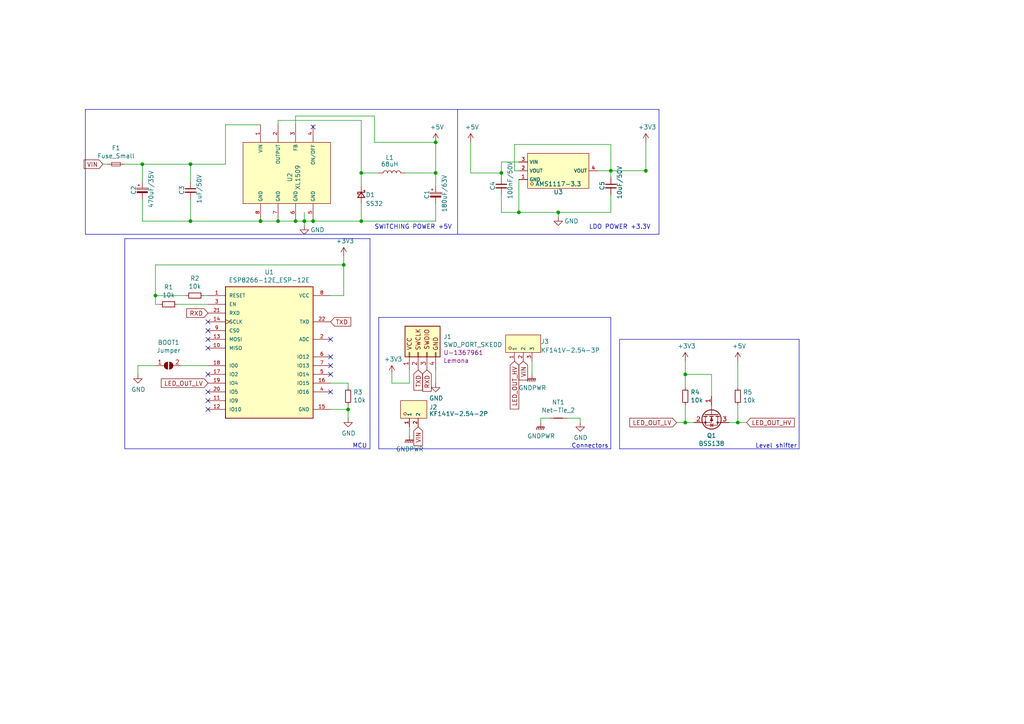
<source format=kicad_sch>
(kicad_sch (version 20230121) (generator eeschema)
  (paper "A4")
  (lib_symbols
    (symbol "Device:C_Polarized_Small" (pin_numbers hide) (pin_names (offset 0.254) hide)
      (property "Reference" "C" (at 0.254 1.778 0))
      (property "Value" "C_Polarized_Small" (at 0.254 -2.032 0))
      (symbol "C_Polarized_Small_0_1"
        (rectangle (start -1.524 -0.3048) (end 1.524 -0.6858) (fill (type outline)))
        (rectangle (start -1.524 0.6858) (end 1.524 0.3048))
        (polyline (pts (xy -1.27 1.524) (xy -0.762 1.524)))
        (polyline (pts (xy -1.016 1.27) (xy -1.016 1.778)))
      )
      (symbol "C_Polarized_Small_1_1"
        (pin passive line (at 0 2.54 270) (length 1.8542) (name "~") (number "1"))
        (pin passive line (at 0 -2.54 90) (length 1.8542) (name "~") (number "2"))
      )
    )
    (symbol "Device:C_Small" (pin_numbers hide) (pin_names (offset 0.254) hide)
      (property "Reference" "C" (at 0.254 1.778 0))
      (property "Value" "C_Small" (at 0.254 -2.032 0))
      (symbol "C_Small_0_1"
        (polyline (pts (xy -1.524 -0.508) (xy 1.524 -0.508)) (stroke (width 0.3302)))
        (polyline (pts (xy -1.524 0.508) (xy 1.524 0.508)) (stroke (width 0.3048)))
      )
      (symbol "C_Small_1_1"
        (pin passive line (at 0 2.54 270) (length 2.032) (name "~") (number "1"))
        (pin passive line (at 0 -2.54 90) (length 2.032) (name "~") (number "2"))
      )
    )
    (symbol "Device:D_Schottky_Small" (pin_numbers hide) (pin_names (offset 0.254) hide)
      (property "Reference" "D" (at -1.27 2.032 0))
      (property "Value" "D_Schottky_Small" (at -7.112 -2.032 0))
      (symbol "D_Schottky_Small_0_1"
        (polyline (pts (xy -0.762 0) (xy 0.762 0)))
        (polyline (pts (xy 0.762 -1.016) (xy -0.762 0) (xy 0.762 1.016) (xy 0.762 -1.016)) (stroke (width 0.254)))
        (polyline (pts (xy -1.27 0.762) (xy -1.27 1.016) (xy -0.762 1.016) (xy -0.762 -1.016) (xy -0.254 -1.016) (xy -0.254 -0.762)) (stroke (width 0.254)))
      )
      (symbol "D_Schottky_Small_1_1"
        (pin passive line (at -2.54 0 0) (length 1.778) (name "K") (number "1"))
        (pin passive line (at 2.54 0 180) (length 1.778) (name "A") (number "2"))
      )
    )
    (symbol "Device:Fuse_Small" (pin_numbers hide) (pin_names (offset 0.254) hide)
      (property "Reference" "F" (at 0 -1.524 0))
      (property "Value" "Fuse_Small" (at 0 1.524 0))
      (symbol "Fuse_Small_0_1"
        (rectangle (start -1.27 0.508) (end 1.27 -0.508))
        (polyline (pts (xy -1.27 0) (xy 1.27 0)))
      )
      (symbol "Fuse_Small_1_1"
        (pin passive line (at -2.54 0 0) (length 1.27) (name "~") (number "1"))
        (pin passive line (at 2.54 0 180) (length 1.27) (name "~") (number "2"))
      )
    )
    (symbol "Device:L" (pin_numbers hide) (pin_names (offset 1.016) hide)
      (property "Reference" "L" (at -1.27 0 90))
      (property "Value" "L" (at 1.905 0 90))
      (symbol "L_0_1"
        (arc (start 0 -2.54) (mid 0.6323 -1.905) (end 0 -1.27))
        (arc (start 0 -1.27) (mid 0.6323 -0.635) (end 0 0))
        (arc (start 0 0) (mid 0.6323 0.635) (end 0 1.27))
        (arc (start 0 1.27) (mid 0.6323 1.905) (end 0 2.54))
      )
      (symbol "L_1_1"
        (pin passive line (at 0 3.81 270) (length 1.27) (name "1") (number "1"))
        (pin passive line (at 0 -3.81 90) (length 1.27) (name "2") (number "2"))
      )
    )
    (symbol "Device:NetTie_2" (pin_numbers hide) (pin_names (offset 0) hide) (in_bom no)
      (property "Reference" "NT" (at 0 1.27 0))
      (property "Value" "NetTie_2" (at 0 -1.27 0))
      (symbol "NetTie_2_0_1"
        (polyline (pts (xy -1.27 0) (xy 1.27 0)) (stroke (width 0.254)))
      )
      (symbol "NetTie_2_1_1"
        (pin passive line (at -2.54 0 0) (length 2.54) (name "1") (number "1"))
        (pin passive line (at 2.54 0 180) (length 2.54) (name "2") (number "2"))
      )
    )
    (symbol "Device:R_Small" (pin_numbers hide) (pin_names (offset 0.254) hide)
      (property "Reference" "R" (at 0.762 0.508 0))
      (property "Value" "R_Small" (at 0.762 -1.016 0))
      (symbol "R_Small_0_1"
        (rectangle (start -0.762 1.778) (end 0.762 -1.778) (stroke (width 0.2032)))
      )
      (symbol "R_Small_1_1"
        (pin passive line (at 0 2.54 270) (length 0.762) (name "~") (number "1"))
        (pin passive line (at 0 -2.54 90) (length 0.762) (name "~") (number "2"))
      )
    )
    (symbol "Jumper:SolderJumper_2_Open" (pin_names (offset 0) hide)
      (property "Reference" "JP" (at 0 2.032 0))
      (property "Value" "SolderJumper_2_Open" (at 0 -2.54 0))
      (symbol "SolderJumper_2_Open_0_1"
        (arc (start -0.254 1.016) (mid -1.2656 0) (end -0.254 -1.016))
        (arc (start -0.254 1.016) (mid -1.2656 0) (end -0.254 -1.016) (fill (type outline)))
        (polyline (pts (xy -0.254 1.016) (xy -0.254 -1.016)))
        (polyline (pts (xy 0.254 1.016) (xy 0.254 -1.016)))
        (arc (start 0.254 -1.016) (mid 1.2656 0) (end 0.254 1.016))
        (arc (start 0.254 -1.016) (mid 1.2656 0) (end 0.254 1.016) (fill (type outline)))
      )
      (symbol "SolderJumper_2_Open_1_1"
        (pin passive line (at -3.81 0 0) (length 2.54) (name "A") (number "1"))
        (pin passive line (at 3.81 0 180) (length 2.54) (name "B") (number "2"))
      )
    )
    (symbol "LED_Wled:AMS1117-3_3"
      (property "Reference" "U" (at 0 1.27 0))
      (property "Value" "AMS1117-3_3" (at 0 -2.54 0))
      (symbol "AMS1117-3_3_0_1"
        (rectangle (start -8.89 5.08) (end 8.89 -5.08) (fill (type background)))
        (circle (center -7.62 3.81) (radius 0.381) (fill (type background)))
        (pin unspecified line (at -11.43 2.54 0) (length 2.54) (name "GND") (number "1"))
        (pin unspecified line (at -11.43 0 0) (length 2.54) (name "VOUT") (number "2"))
        (pin unspecified line (at -11.43 -2.54 0) (length 2.54) (name "VIN") (number "3"))
        (pin unspecified line (at 11.43 0 180) (length 2.54) (name "VOUT") (number "4"))
      )
    )
    (symbol "LED_Wled:ESP8266-12E_ESP-12E" (pin_names (offset 1.016))
      (property "Reference" "U" (at -12.7254 18.3134 0))
      (property "Value" "ESP8266-12E_ESP-12E" (at -12.7 -23.3934 0))
      (symbol "ESP8266-12E_ESP-12E_0_0"
        (rectangle (start -12.7 -20.32) (end 12.7 17.78) (stroke (width 0.254)) (fill (type background)))
        (pin input line (at -17.78 15.24 0) (length 5.08) (name "RESET") (number "1"))
        (pin bidirectional line (at -17.78 0 0) (length 5.08) (name "MISO") (number "10"))
        (pin bidirectional line (at -17.78 -15.24 0) (length 5.08) (name "IO9") (number "11"))
        (pin bidirectional line (at -17.78 -17.78 0) (length 5.08) (name "IO10") (number "12"))
        (pin bidirectional line (at -17.78 2.54 0) (length 5.08) (name "MOSI") (number "13"))
        (pin input clock (at -17.78 7.62 0) (length 5.08) (name "SCLK") (number "14"))
        (pin power_in line (at 17.78 -17.78 180) (length 5.08) (name "GND") (number "15"))
        (pin bidirectional line (at 17.78 -10.16 180) (length 5.08) (name "IO15") (number "16"))
        (pin bidirectional line (at -17.78 -7.62 0) (length 5.08) (name "IO2") (number "17"))
        (pin bidirectional line (at -17.78 -5.08 0) (length 5.08) (name "IO0") (number "18"))
        (pin bidirectional line (at -17.78 -10.16 0) (length 5.08) (name "IO4") (number "19"))
        (pin passive line (at 17.78 2.54 180) (length 5.08) (name "ADC") (number "2"))
        (pin bidirectional line (at -17.78 -12.7 0) (length 5.08) (name "IO5") (number "20"))
        (pin input line (at -17.78 10.16 0) (length 5.08) (name "RXD") (number "21"))
        (pin output line (at 17.78 7.62 180) (length 5.08) (name "TXD") (number "22"))
        (pin input line (at -17.78 12.7 0) (length 5.08) (name "EN") (number "3"))
        (pin bidirectional line (at 17.78 -12.7 180) (length 5.08) (name "IO16") (number "4"))
        (pin bidirectional line (at 17.78 -7.62 180) (length 5.08) (name "IO14") (number "5"))
        (pin bidirectional line (at 17.78 -2.54 180) (length 5.08) (name "IO12") (number "6"))
        (pin bidirectional line (at 17.78 -5.08 180) (length 5.08) (name "IO13") (number "7"))
        (pin power_in line (at 17.78 15.24 180) (length 5.08) (name "VCC") (number "8"))
        (pin input line (at -17.78 5.08 0) (length 5.08) (name "CS0") (number "9"))
      )
    )
    (symbol "LED_Wled:KF141V-2_54-2P"
      (property "Reference" "U" (at 0 1.27 0))
      (property "Value" "KF141V-2_54-2P" (at 0 -2.54 0))
      (symbol "KF141V-2_54-2P_0_1"
        (rectangle (start -2.54 3.81) (end 2.54 -3.81) (fill (type background)))
        (circle (center -1.27 2.54) (radius 0.381) (fill (type background)))
        (pin unspecified line (at -5.08 1.27 0) (length 2.54) (name "1") (number "1"))
        (pin unspecified line (at -5.08 -1.27 0) (length 2.54) (name "2") (number "2"))
      )
    )
    (symbol "LED_Wled:KF141V-2_54-3P"
      (property "Reference" "U" (at 0 1.27 0))
      (property "Value" "KF141V-2_54-3P" (at 0 -2.54 0))
      (symbol "KF141V-2_54-3P_0_1"
        (rectangle (start -2.54 5.08) (end 2.54 -5.08) (fill (type background)))
        (circle (center -1.27 3.81) (radius 0.381) (fill (type background)))
        (pin unspecified line (at -5.08 2.54 0) (length 2.54) (name "1") (number "1"))
        (pin unspecified line (at -5.08 0 0) (length 2.54) (name "2") (number "2"))
        (pin unspecified line (at -5.08 -2.54 0) (length 2.54) (name "3") (number "3"))
      )
    )
    (symbol "LED_Wled:SWD_PORT_SKEDD" (pin_names (offset 1.016) hide)
      (property "Reference" "J" (at 0 5.08 0))
      (property "Value" "SWD_PORT_SKEDD" (at 0 -7.62 0))
      (property "SKU" "2820231" (at 0 0 0))
      (property "SPR" "Farnell" (at 0 0 0))
      (symbol "SWD_PORT_SKEDD_0_0"
        (text "GND" (at 2.54 -5.08 0) (effects (font (size 1.27 1.27))))
        (text "SWCLK" (at 3.81 0 0) (effects (font (size 1.27 1.27))))
        (text "SWDIO" (at 3.81 -2.54 0) (effects (font (size 1.27 1.27))))
        (text "VCC" (at 2.54 2.54 0) (effects (font (size 1.27 1.27))))
      )
      (symbol "SWD_PORT_SKEDD_1_1"
        (rectangle (start -1.27 -4.953) (end 0 -5.207) (stroke (width 0.1524)))
        (rectangle (start -1.27 -2.413) (end 0 -2.667) (stroke (width 0.1524)))
        (rectangle (start -1.27 0.127) (end 0 -0.127) (stroke (width 0.1524)))
        (rectangle (start -1.27 2.667) (end 0 2.413) (stroke (width 0.1524)))
        (rectangle (start -1.27 3.81) (end 7.62 -6.35) (stroke (width 0.254)) (fill (type background)))
        (pin passive line (at -5.08 2.54 0) (length 3.81) (name "Pin_1") (number "1"))
        (pin passive line (at -5.08 0 0) (length 3.81) (name "Pin_2") (number "2"))
        (pin passive line (at -5.08 -2.54 0) (length 3.81) (name "Pin_3") (number "3"))
        (pin passive line (at -5.08 -5.08 0) (length 3.81) (name "Pin_4") (number "4"))
      )
    )
    (symbol "LED_Wled:XL1509-5_0E1"
      (property "Reference" "U" (at 0 1.27 0))
      (property "Value" "XL1509-5_0E1" (at 0 -2.54 0))
      (symbol "XL1509-5_0E1_0_1"
        (rectangle (start -8.89 12.7) (end 8.89 -12.7) (fill (type background)))
        (pin unspecified line (at -13.97 7.62 0) (length 5.08) (name "VIN") (number "1"))
        (pin unspecified line (at -13.97 2.54 0) (length 5.08) (name "OUTPUT") (number "2"))
        (pin unspecified line (at -13.97 -2.54 0) (length 5.08) (name "FB") (number "3"))
        (pin unspecified line (at -13.97 -7.62 0) (length 5.08) (name "ON/OFF") (number "4"))
        (pin unspecified line (at 13.97 -7.62 180) (length 5.08) (name "GND") (number "5"))
        (pin unspecified line (at 13.97 -2.54 180) (length 5.08) (name "GND") (number "6"))
        (pin unspecified line (at 13.97 2.54 180) (length 5.08) (name "GND") (number "7"))
        (pin unspecified line (at 13.97 7.62 180) (length 5.08) (name "GND") (number "8"))
      )
    )
    (symbol "Transistor_FET:BSS138" (pin_names hide)
      (property "Reference" "Q" (at 5.08 1.905 0))
      (property "Value" "BSS138" (at 5.08 0 0))
      (symbol "BSS138_0_1"
        (polyline (pts (xy 0.254 0) (xy -2.54 0)))
        (polyline (pts (xy 0.254 1.905) (xy 0.254 -1.905)) (stroke (width 0.254)))
        (polyline (pts (xy 0.762 -1.27) (xy 0.762 -2.286)) (stroke (width 0.254)))
        (polyline (pts (xy 0.762 0.508) (xy 0.762 -0.508)) (stroke (width 0.254)))
        (polyline (pts (xy 0.762 2.286) (xy 0.762 1.27)) (stroke (width 0.254)))
        (polyline (pts (xy 2.54 2.54) (xy 2.54 1.778)))
        (polyline (pts (xy 2.54 -2.54) (xy 2.54 0) (xy 0.762 0)))
        (polyline (pts (xy 0.762 -1.778) (xy 3.302 -1.778) (xy 3.302 1.778) (xy 0.762 1.778)))
        (polyline (pts (xy 1.016 0) (xy 2.032 0.381) (xy 2.032 -0.381) (xy 1.016 0)) (fill (type outline)))
        (polyline (pts (xy 2.794 0.508) (xy 2.921 0.381) (xy 3.683 0.381) (xy 3.81 0.254)))
        (polyline (pts (xy 3.302 0.381) (xy 2.921 -0.254) (xy 3.683 -0.254) (xy 3.302 0.381)))
        (circle (center 1.651 0) (radius 2.794) (stroke (width 0.254)))
        (circle (center 2.54 -1.778) (radius 0.254) (fill (type outline)))
        (circle (center 2.54 1.778) (radius 0.254) (fill (type outline)))
      )
      (symbol "BSS138_1_1"
        (pin input line (at -5.08 0 0) (length 2.54) (name "G") (number "1"))
        (pin passive line (at 2.54 -5.08 90) (length 2.54) (name "S") (number "2"))
        (pin passive line (at 2.54 5.08 270) (length 2.54) (name "D") (number "3"))
      )
    )
    (symbol "power:+3V3" (power) (pin_names (offset 0))
      (property "Value" "+3V3" (at 0 3.556 0))
      (symbol "+3V3_0_1"
        (polyline (pts (xy -0.762 1.27) (xy 0 2.54)))
        (polyline (pts (xy 0 0) (xy 0 2.54)))
        (polyline (pts (xy 0 2.54) (xy 0.762 1.27)))
      )
      (symbol "+3V3_1_1"
        (pin power_in line (at 0 0 90) (length 0) hide (name "+3V3") (number "1"))
      )
    )
    (symbol "power:+5V" (power) (pin_names (offset 0))
      (property "Value" "+5V" (at 0 3.556 0))
      (symbol "+5V_0_1"
        (polyline (pts (xy -0.762 1.27) (xy 0 2.54)))
        (polyline (pts (xy 0 0) (xy 0 2.54)))
        (polyline (pts (xy 0 2.54) (xy 0.762 1.27)))
      )
      (symbol "+5V_1_1"
        (pin power_in line (at 0 0 90) (length 0) hide (name "+5V") (number "1"))
      )
    )
    (symbol "power:GND" (power) (pin_names (offset 0))
      (property "Value" "GND" (at 0 -3.81 0))
      (symbol "GND_0_1"
        (polyline (pts (xy 0 0) (xy 0 -1.27) (xy 1.27 -1.27) (xy 0 -2.54) (xy -1.27 -1.27) (xy 0 -1.27)))
      )
      (symbol "GND_1_1"
        (pin power_in line (at 0 0 270) (length 0) hide (name "GND") (number "1"))
      )
    )
    (symbol "power:GNDPWR" (power) (pin_names (offset 0))
      (property "Value" "GNDPWR" (at 0 -3.302 0))
      (symbol "GNDPWR_0_1"
        (polyline (pts (xy 0 -1.27) (xy 0 0)))
        (polyline (pts (xy -1.016 -1.27) (xy -1.27 -2.032) (xy -1.27 -2.032)) (stroke (width 0.2032)))
        (polyline (pts (xy -0.508 -1.27) (xy -0.762 -2.032) (xy -0.762 -2.032)) (stroke (width 0.2032)))
        (polyline (pts (xy 0 -1.27) (xy -0.254 -2.032) (xy -0.254 -2.032)) (stroke (width 0.2032)))
        (polyline (pts (xy 0.508 -1.27) (xy 0.254 -2.032) (xy 0.254 -2.032)) (stroke (width 0.2032)))
        (polyline (pts (xy 1.016 -1.27) (xy -1.016 -1.27) (xy -1.016 -1.27)) (stroke (width 0.2032)))
        (polyline (pts (xy 1.016 -1.27) (xy 0.762 -2.032) (xy 0.762 -2.032) (xy 0.762 -2.032)) (stroke (width 0.2032)))
      )
      (symbol "GNDPWR_1_1"
        (pin power_in line (at 0 0 270) (length 0) hide (name "GNDPWR") (number "1"))
      )
    )
  )
  (junction (at 75.565 64.135))
  (junction (at 90.805 64.135))
  (junction (at 80.645 64.135))
  (junction (at 100.965 118.745))
  (junction (at 145.415 50.165))
  (junction (at 198.755 108.585))
  (junction (at 161.925 61.595))
  (junction (at 85.725 64.135))
  (junction (at 187.325 49.53))
  (junction (at 45.085 85.725))
  (junction (at 177.165 49.53))
  (junction (at 88.265 64.135))
  (junction (at 126.365 41.275))
  (junction (at 150.495 61.595))
  (junction (at 198.755 122.555))
  (junction (at 104.775 64.135))
  (junction (at 41.275 47.625))
  (junction (at 99.695 76.835))
  (junction (at 55.245 64.135))
  (junction (at 213.995 122.555))
  (junction (at 104.775 50.165))
  (junction (at 55.245 47.625))
  (junction (at 126.365 50.165))
  (no_connect (at 60.325 118.745))
  (no_connect (at 95.885 98.425))
  (no_connect (at 60.325 113.665))
  (no_connect (at 60.325 116.205))
  (no_connect (at 95.885 113.665))
  (no_connect (at 60.325 98.425))
  (no_connect (at 90.805 36.83))
  (no_connect (at 95.885 103.505))
  (no_connect (at 95.885 106.045))
  (no_connect (at 60.325 100.965))
  (no_connect (at 60.325 108.585))
  (no_connect (at 95.885 108.585))
  (no_connect (at 60.325 93.345))
  (no_connect (at 60.325 95.885))
  (wire (pts (xy 206.375 108.585) (xy 206.375 114.935)))
  (wire (pts (xy 85.725 36.195) (xy 85.725 33.655)))
  (wire (pts (xy 55.245 57.785) (xy 55.245 64.135)))
  (polyline (pts (xy 132.715 31.75) (xy 132.715 67.945)))
  (wire (pts (xy 100.965 111.125) (xy 100.965 112.395)))
  (wire (pts (xy 99.695 85.725) (xy 95.885 85.725)))
  (wire (pts (xy 52.705 106.045) (xy 60.325 106.045)))
  (wire (pts (xy 45.085 85.725) (xy 53.975 85.725)))
  (wire (pts (xy 99.695 76.835) (xy 99.695 85.725)))
  (wire (pts (xy 40.005 106.045) (xy 45.085 106.045)))
  (wire (pts (xy 213.995 122.555) (xy 213.995 117.475)))
  (wire (pts (xy 65.405 47.625) (xy 65.405 36.195)))
  (wire (pts (xy 177.165 49.53) (xy 187.325 49.53)))
  (wire (pts (xy 154.305 104.775) (xy 154.305 108.585)))
  (wire (pts (xy 108.585 41.275) (xy 126.365 41.275)))
  (wire (pts (xy 55.245 52.705) (xy 55.245 47.625)))
  (wire (pts (xy 177.165 49.53) (xy 177.165 51.435)))
  (wire (pts (xy 104.775 50.165) (xy 104.775 34.925)))
  (wire (pts (xy 104.775 50.165) (xy 104.775 53.975)))
  (wire (pts (xy 168.275 121.285) (xy 168.275 122.555)))
  (wire (pts (xy 145.415 56.515) (xy 145.415 61.595)))
  (wire (pts (xy 104.775 64.135) (xy 126.365 64.135)))
  (wire (pts (xy 164.465 121.285) (xy 168.275 121.285)))
  (wire (pts (xy 99.695 74.295) (xy 99.695 76.835)))
  (wire (pts (xy 161.925 61.595) (xy 161.925 62.865)))
  (wire (pts (xy 145.415 61.595) (xy 150.495 61.595)))
  (wire (pts (xy 55.245 47.625) (xy 65.405 47.625)))
  (wire (pts (xy 113.665 108.585) (xy 113.665 111.125)))
  (wire (pts (xy 145.415 50.165) (xy 136.525 50.165)))
  (wire (pts (xy 198.755 112.395) (xy 198.755 108.585)))
  (wire (pts (xy 159.385 121.285) (xy 156.845 121.285)))
  (wire (pts (xy 41.275 52.705) (xy 41.275 47.625)))
  (wire (pts (xy 108.585 33.655) (xy 108.585 41.275)))
  (wire (pts (xy 41.275 47.625) (xy 55.245 47.625)))
  (polyline (pts (xy 177.165 92.075) (xy 177.165 130.175)))
  (wire (pts (xy 177.165 61.595) (xy 177.165 56.515)))
  (wire (pts (xy 88.265 64.135) (xy 90.805 64.135)))
  (polyline (pts (xy 109.855 92.075) (xy 177.165 92.075)))
  (wire (pts (xy 118.745 111.125) (xy 118.745 107.315)))
  (wire (pts (xy 126.365 64.135) (xy 126.365 59.055)))
  (wire (pts (xy 88.265 64.135) (xy 88.265 65.405)))
  (wire (pts (xy 117.475 50.165) (xy 126.365 50.165)))
  (wire (pts (xy 149.225 49.53) (xy 149.225 41.91)))
  (polyline (pts (xy 24.765 31.75) (xy 191.135 31.75)))
  (polyline (pts (xy 24.765 31.75) (xy 24.765 67.945)))
  (polyline (pts (xy 36.195 130.175) (xy 36.195 69.215)))
  (wire (pts (xy 80.645 34.925) (xy 80.645 36.195)))
  (wire (pts (xy 65.405 36.195) (xy 75.565 36.195)))
  (polyline (pts (xy 24.765 67.945) (xy 191.135 67.945)))
  (wire (pts (xy 213.995 112.395) (xy 213.995 104.775)))
  (wire (pts (xy 40.005 106.045) (xy 40.005 108.585)))
  (wire (pts (xy 45.085 85.725) (xy 45.085 76.835)))
  (wire (pts (xy 85.725 64.135) (xy 88.265 64.135)))
  (wire (pts (xy 45.085 76.835) (xy 99.695 76.835)))
  (polyline (pts (xy 107.315 130.175) (xy 36.195 130.175)))
  (polyline (pts (xy 231.775 98.425) (xy 179.705 98.425)))
  (wire (pts (xy 126.365 41.275) (xy 126.365 50.165)))
  (polyline (pts (xy 191.135 31.75) (xy 191.135 67.945)))
  (wire (pts (xy 46.355 88.265) (xy 45.085 88.265)))
  (wire (pts (xy 55.245 64.135) (xy 75.565 64.135)))
  (wire (pts (xy 100.965 118.745) (xy 100.965 121.285)))
  (wire (pts (xy 45.085 88.265) (xy 45.085 85.725)))
  (wire (pts (xy 59.055 85.725) (xy 60.325 85.725)))
  (wire (pts (xy 126.365 50.165) (xy 126.365 53.975)))
  (wire (pts (xy 145.415 50.165) (xy 145.415 46.99)))
  (wire (pts (xy 41.275 57.785) (xy 41.275 64.135)))
  (wire (pts (xy 95.885 111.125) (xy 100.965 111.125)))
  (wire (pts (xy 104.775 64.135) (xy 104.775 59.055)))
  (wire (pts (xy 145.415 50.165) (xy 145.415 51.435)))
  (wire (pts (xy 198.755 108.585) (xy 198.755 104.775)))
  (wire (pts (xy 177.165 41.91) (xy 177.165 49.53)))
  (wire (pts (xy 118.745 123.825) (xy 118.745 126.365)))
  (wire (pts (xy 150.495 61.595) (xy 161.925 61.595)))
  (wire (pts (xy 187.325 49.53) (xy 187.325 50.165)))
  (wire (pts (xy 198.755 122.555) (xy 201.295 122.555)))
  (polyline (pts (xy 109.855 130.175) (xy 109.855 92.075)))
  (wire (pts (xy 150.495 49.53) (xy 149.225 49.53)))
  (wire (pts (xy 36.195 47.625) (xy 41.275 47.625)))
  (wire (pts (xy 187.325 41.275) (xy 187.325 49.53)))
  (wire (pts (xy 213.995 122.555) (xy 216.535 122.555)))
  (wire (pts (xy 75.565 64.135) (xy 80.645 64.135)))
  (wire (pts (xy 104.775 50.165) (xy 109.855 50.165)))
  (wire (pts (xy 198.755 108.585) (xy 206.375 108.585)))
  (wire (pts (xy 95.885 118.745) (xy 100.965 118.745)))
  (polyline (pts (xy 177.165 130.175) (xy 109.855 130.175)))
  (wire (pts (xy 198.755 117.475) (xy 198.755 122.555)))
  (wire (pts (xy 90.805 64.135) (xy 104.775 64.135)))
  (polyline (pts (xy 107.315 69.215) (xy 107.315 130.175)))
  (wire (pts (xy 149.225 41.91) (xy 177.165 41.91)))
  (wire (pts (xy 145.415 46.99) (xy 150.495 46.99)))
  (wire (pts (xy 150.495 52.07) (xy 150.495 61.595)))
  (wire (pts (xy 80.645 64.135) (xy 85.725 64.135)))
  (wire (pts (xy 211.455 122.555) (xy 213.995 122.555)))
  (wire (pts (xy 51.435 88.265) (xy 60.325 88.265)))
  (wire (pts (xy 126.365 107.315) (xy 126.365 111.125)))
  (polyline (pts (xy 179.705 130.175) (xy 231.775 130.175)))
  (wire (pts (xy 173.355 49.53) (xy 177.165 49.53)))
  (wire (pts (xy 88.265 64.135) (xy 88.265 61.595)))
  (polyline (pts (xy 179.705 98.425) (xy 179.705 130.175)))
  (wire (pts (xy 104.775 34.925) (xy 80.645 34.925)))
  (wire (pts (xy 196.215 122.555) (xy 198.755 122.555)))
  (wire (pts (xy 41.275 64.135) (xy 55.245 64.135)))
  (polyline (pts (xy 231.775 130.175) (xy 231.775 98.425)))
  (wire (pts (xy 161.925 61.595) (xy 177.165 61.595)))
  (wire (pts (xy 100.965 118.745) (xy 100.965 117.475)))
  (wire (pts (xy 113.665 111.125) (xy 118.745 111.125)))
  (polyline (pts (xy 36.195 69.215) (xy 107.315 69.215)))
  (wire (pts (xy 29.845 47.625) (xy 31.115 47.625)))
  (wire (pts (xy 136.525 50.165) (xy 136.525 41.275)))
  (wire (pts (xy 156.845 121.285) (xy 156.845 122.555)))
  (wire (pts (xy 85.725 33.655) (xy 108.585 33.655)))
  (text "SWITCHING POWER +5V\n" (at 108.585 66.675 0) (effects (font (size 1.27 1.27)) (justify left bottom)))
  (text "LDO POWER +3.3V" (at 170.815 66.675 0) (effects (font (size 1.27 1.27)) (justify left bottom)))
  (text "MCU" (at 102.235 130.175 0) (effects (font (size 1.27 1.27)) (justify left bottom)))
  (text "Level shifter" (at 219.075 130.175 0) (effects (font (size 1.27 1.27)) (justify left bottom)))
  (text "Connectors" (at 165.735 130.175 0) (effects (font (size 1.27 1.27)) (justify left bottom)))
  (global_label "LED_OUT_LV" (shape input) (at 196.215 122.555 180) (property "Intersheetrefs" "${INTERSHEET_REFS}" (effects hide)))
  (global_label "TXD" (shape input) (at 121.285 107.315 270) (property "Intersheetrefs" "${INTERSHEET_REFS}" (effects hide)))
  (global_label "LED_OUT_HV" (shape input) (at 149.225 104.775 270) (property "Intersheetrefs" "${INTERSHEET_REFS}" (effects hide)))
  (global_label "RXD" (shape input) (at 60.325 90.805 180) (property "Intersheetrefs" "${INTERSHEET_REFS}" (effects hide)))
  (global_label "TXD" (shape input) (at 95.885 93.345 0) (property "Intersheetrefs" "${INTERSHEET_REFS}" (effects hide)))
  (global_label "VIN" (shape input) (at 29.845 47.625 180) (property "Intersheetrefs" "${INTERSHEET_REFS}" (effects hide)))
  (global_label "VIN" (shape input) (at 121.285 123.825 270) (property "Intersheetrefs" "${INTERSHEET_REFS}" (effects hide)))
  (global_label "LED_OUT_HV" (shape input) (at 216.535 122.555 0) (property "Intersheetrefs" "${INTERSHEET_REFS}" (effects hide)))
  (global_label "LED_OUT_LV" (shape input) (at 60.325 111.125 180) (property "Intersheetrefs" "${INTERSHEET_REFS}" (effects hide)))
  (global_label "RXD" (shape input) (at 123.825 107.315 270) (property "Intersheetrefs" "${INTERSHEET_REFS}" (effects hide)))
  (global_label "VIN" (shape input) (at 151.765 104.775 270) (property "Intersheetrefs" "${INTERSHEET_REFS}" (effects hide)))
  (symbol (lib_id "LED_Wled:ESP8266-12E_ESP-12E") (at 78.105 100.965 0) (unit 1)
    (property "Reference" "U1" (at 78.105 78.9432 0))
    (property "Value" "ESP8266-12E_ESP-12E" (at 78.105 81.2546 0))
    (property "Footprint" "LED_Wled:ESP-12E" (effects hide))
    (property "Datasheet" "https://datasheet.lcsc.com/lcsc/2102191804_Ai-Thinker-ESP-12F-ESP8266MOD_C82891.pdf" (effects hide))
    (property "MANUFACTURER" "AI-Thinker" (effects hide))
    (property "JLCSMT" "C82891" (effects hide))
    (property "JLCSMT_PKG" "DFN-22_16.0x24.0x2.0P" (effects hide))
    (property "JLCSMT_Part" "ESP-12F(ESP8266MOD)" (effects hide))
    (property "MFR" "-" (effects hide))
    (property "SPR" "-" (effects hide))
  )
  (symbol (lib_id "Device:R_Small") (at 56.515 85.725 270) (unit 1)
    (property "Reference" "R2" (at 56.515 80.7466 90))
    (property "Value" "10k" (at 56.515 83.058 90))
    (property "Footprint" "Resistor_SMD:R_0805_2012Metric" (effects hide))
    (property "JLCSMT" "C17414" (effects hide))
    (property "JLCSMT_PKG" "0805" (effects hide))
    (property "JLCSMT_Part" "0805W8F1002T5E" (effects hide))
    (property "MANUFACTURER" "UNI-ROYAL(Uniroyal Elec)" (effects hide))
    (property "MFR" "-" (effects hide))
  )
  (symbol (lib_id "Device:R_Small") (at 48.895 88.265 90) (unit 1)
    (property "Reference" "R1" (at 48.895 83.2866 90))
    (property "Value" "10k" (at 48.895 85.598 90))
    (property "Footprint" "Resistor_SMD:R_0805_2012Metric" (effects hide))
    (property "JLCSMT" "C17414" (effects hide))
    (property "JLCSMT_PKG" "0805" (effects hide))
    (property "JLCSMT_Part" "0805W8F1002T5E" (effects hide))
    (property "MANUFACTURER" "UNI-ROYAL(Uniroyal Elec)" (effects hide))
    (property "MFR" "-" (effects hide))
  )
  (symbol (lib_id "Device:R_Small") (at 100.965 114.935 0) (unit 1)
    (property "Reference" "R3" (at 102.4636 113.7666 0) (effects (justify left)))
    (property "Value" "10k" (at 102.4636 116.078 0) (effects (justify left)))
    (property "Footprint" "Resistor_SMD:R_0805_2012Metric" (effects hide))
    (property "JLCSMT" "C17414" (effects hide))
    (property "JLCSMT_PKG" "0805" (effects hide))
    (property "JLCSMT_Part" "0805W8F1002T5E" (effects hide))
    (property "MANUFACTURER" "UNI-ROYAL(Uniroyal Elec)" (effects hide))
    (property "MFR" "-" (effects hide))
  )
  (symbol (lib_id "Transistor_FET:BSS138") (at 206.375 120.015 270) (unit 1)
    (property "Reference" "Q1" (at 206.375 126.3396 90))
    (property "Value" "BSS138" (at 206.375 128.651 90))
    (property "Footprint" "Package_TO_SOT_SMD:SOT-23" (effects hide))
    (property "Datasheet" "https://www.onsemi.com/pub/Collateral/BSS138-D.PDF" (effects hide))
    (property "JLCSMT" "C400505" (effects hide))
    (property "JLCSMT_PKG" "SOT-23-3" (effects hide))
    (property "JLCSMT_Part" "BSS138" (effects hide))
    (property "MANUFACTURER" "Yangzhou Yangjie Elec Tech" (effects hide))
    (property "MFR" "-" (effects hide))
    (property "MPN" "BSS138" (effects hide))
    (property "SKU" "U-1606536" (effects hide))
    (property "SPR" "Lemona" (effects hide))
  )
  (symbol (lib_id "LED_Wled:SWD_PORT_SKEDD") (at 121.285 102.235 90) (unit 1)
    (property "Reference" "J1" (at 128.6002 97.663 90) (effects (justify right)))
    (property "Value" "SWD_PORT_SKEDD" (at 128.6002 99.9744 90) (effects (justify right)))
    (property "Footprint" "LED_Wled:WR_WST_REDFIT_IDC_4Pin" (effects hide))
    (property "Datasheet" "https://www.we-online.com/catalog/datasheet/490107670412.pdf" (effects hide))
    (property "SKU" "U-1367961" (at 128.6002 102.2858 90) (effects (justify right)))
    (property "SPR" "Lemona" (at 128.6002 104.5972 90) (effects (justify right)))
    (property "MFR" "WURTH ELEKTRONIK" (effects hide))
    (property "MPN" "490107670412" (effects hide))
  )
  (symbol (lib_id "power:+3V3") (at 99.695 74.295 0) (unit 1)
    (property "Reference" "#PWR04" (effects hide))
    (property "Value" "+3V3" (at 100.076 69.9008 0))
  )
  (symbol (lib_id "Device:R_Small") (at 198.755 114.935 0) (unit 1)
    (property "Reference" "R4" (at 200.2536 113.7666 0) (effects (justify left)))
    (property "Value" "10k" (at 200.2536 116.078 0) (effects (justify left)))
    (property "Footprint" "Resistor_SMD:R_0805_2012Metric" (effects hide))
    (property "JLCSMT" "C17414" (effects hide))
    (property "JLCSMT_PKG" "0805" (effects hide))
    (property "JLCSMT_Part" "0805W8F1002T5E" (effects hide))
    (property "MANUFACTURER" "UNI-ROYAL(Uniroyal Elec)" (effects hide))
    (property "MFR" "-" (effects hide))
  )
  (symbol (lib_id "Device:R_Small") (at 213.995 114.935 0) (unit 1)
    (property "Reference" "R5" (at 215.4936 113.7666 0) (effects (justify left)))
    (property "Value" "10k" (at 215.4936 116.078 0) (effects (justify left)))
    (property "Footprint" "Resistor_SMD:R_0805_2012Metric" (effects hide))
    (property "JLCSMT" "C17414" (effects hide))
    (property "JLCSMT_PKG" "0805" (effects hide))
    (property "JLCSMT_Part" "0805W8F1002T5E" (effects hide))
    (property "MANUFACTURER" "UNI-ROYAL(Uniroyal Elec)" (effects hide))
    (property "MFR" "-" (effects hide))
  )
  (symbol (lib_id "power:GND") (at 100.965 121.285 0) (unit 1)
    (property "Reference" "#PWR06" (effects hide))
    (property "Value" "GND" (at 101.092 125.6792 0))
  )
  (symbol (lib_id "power:+3V3") (at 113.665 108.585 0) (unit 1)
    (property "Reference" "#PWR01" (effects hide))
    (property "Value" "+3V3" (at 114.046 104.1908 0))
  )
  (symbol (lib_id "power:GND") (at 126.365 111.125 0) (unit 1)
    (property "Reference" "#PWR03" (effects hide))
    (property "Value" "GND" (at 126.492 115.5192 0))
  )
  (symbol (lib_id "power:+3V3") (at 198.755 104.775 0) (unit 1)
    (property "Reference" "#PWR0101" (effects hide))
    (property "Value" "+3V3" (at 199.136 100.3808 0))
  )
  (symbol (lib_id "Jumper:SolderJumper_2_Open") (at 48.895 106.045 0) (unit 1)
    (property "Reference" "BOOT1" (at 48.895 99.3394 0))
    (property "Value" "Jumper" (at 48.895 101.6508 0))
    (property "Footprint" "Connector_PinHeader_1.27mm:PinHeader_1x02_P1.27mm_Vertical" (effects hide))
    (property "MFR" "-" (effects hide))
  )
  (symbol (lib_id "power:GND") (at 40.005 108.585 0) (unit 1)
    (property "Reference" "#PWR02" (effects hide))
    (property "Value" "GND" (at 40.132 112.9792 0))
  )
  (symbol (lib_id "power:+5V") (at 213.995 104.775 0) (unit 1)
    (property "Reference" "#PWR0104" (effects hide))
    (property "Value" "+5V" (at 214.376 100.3808 0))
  )
  (symbol (lib_id "LED_Wled:XL1509-5_0E1") (at 83.185 50.165 90) (mirror x) (unit 1)
    (property "Reference" "U2" (at 84.074 51.435 0))
    (property "Value" "XL1509" (at 86.3854 51.435 0))
    (property "Footprint" "LED_Wled:SOIC-8_L5.0-W4.0-P1.27-LS6.0-BL" (effects hide))
    (property "Datasheet" "https://item.szlcsc.com/417287.html" (effects hide))
    (property "JLCSMT" "C61063" (effects hide))
    (property "JLCSMT_PKG" "SOP-8_3.9x4.9x1.27P" (effects hide))
    (property "JLCSMT_Part" "XL1509-5.0E1" (effects hide))
    (property "MANUFACTURER" "XLSEMI" (effects hide))
    (property "LCSC" "C61063" (effects hide))
  )
  (symbol (lib_id "Device:C_Small") (at 55.245 55.245 0) (unit 1)
    (property "Reference" "C3" (at 52.705 56.515 90) (effects (justify left)))
    (property "Value" "1uF/50V" (at 57.785 59.055 90) (effects (justify left)))
    (property "Footprint" "Capacitor_SMD:C_1206_3216Metric" (effects hide))
    (property "JLCSMT" "C1848" (effects hide))
    (property "JLCSMT_PKG" "1206" (effects hide))
    (property "JLCSMT_Part" "CL31B105KBHNNNE" (effects hide))
    (property "MANUFACTURER" "Samsung Electro-Mechanics" (effects hide))
  )
  (symbol (lib_id "Device:C_Polarized_Small") (at 41.275 55.245 0) (unit 1)
    (property "Reference" "C2" (at 38.735 56.515 90) (effects (justify left)))
    (property "Value" "470uF/35V" (at 43.815 60.325 90) (effects (justify left)))
    (property "Footprint" "Capacitor_SMD:C_Elec_10x10.2" (effects hide))
    (property "JLCSMT" "C3350" (effects hide))
    (property "JLCSMT_PKG" "SMD-ECAP-10x10" (effects hide))
    (property "JLCSMT_Part" "RVT1V471M1010" (effects hide))
    (property "MANUFACTURER" "Honor Elec" (effects hide))
  )
  (symbol (lib_id "Device:D_Schottky_Small") (at 104.775 56.515 270) (unit 1)
    (property "Reference" "D1" (at 106.045 56.515 90) (effects (justify left)))
    (property "Value" "SS32" (at 106.045 59.055 90) (effects (justify left)))
    (property "Footprint" "Diode_SMD:D_SMC" (effects hide))
    (property "JLCSMT" "C65005" (effects hide))
    (property "JLCSMT_PKG" "SMC,DO-214AB" (effects hide))
    (property "JLCSMT_Part" "SS32" (effects hide))
    (property "MANUFACTURER" "MDD（Microdiode Electronics）" (effects hide))
  )
  (symbol (lib_id "Device:C_Polarized_Small") (at 126.365 56.515 0) (unit 1)
    (property "Reference" "C1" (at 123.825 57.785 90) (effects (justify left)))
    (property "Value" "180uF/63V" (at 128.905 61.595 90) (effects (justify left)))
    (property "Footprint" "Capacitor_THT:C_Radial_D10.0mm_H16.0mm_P5.00mm" (effects hide))
    (property "JLCSMT" "C106532" (effects hide))
    (property "JLCSMT_PKG" "Radial,10X16mm" (effects hide))
    (property "JLCSMT_Part" "ERF1JM181G16OT" (effects hide))
    (property "MANUFACTURER" "AISHI(Aihua Group)" (effects hide))
  )
  (symbol (lib_id "Device:L") (at 113.665 50.165 90) (unit 1)
    (property "Reference" "L1" (at 113.03 45.72 90))
    (property "Value" "68uH" (at 113.03 47.625 90))
    (property "Footprint" "Inductor_SMD:L_12x12mm_H8mm" (effects hide))
    (property "JLCSMT" "C169377" (effects hide))
    (property "JLCSMT_PKG" "SMD-12.5x12.5x8" (effects hide))
    (property "JLCSMT_Part" "SWRB1207S-680MT" (effects hide))
    (property "MANUFACTURER" "Sunlord" (effects hide))
  )
  (symbol (lib_id "power:GND") (at 88.265 65.405 0) (unit 1)
    (property "Reference" "#PWR07" (effects hide))
    (property "Value" "GND" (at 92.075 66.675 0))
  )
  (symbol (lib_id "power:GNDPWR") (at 118.745 126.365 0) (unit 1)
    (property "Reference" "#PWR011" (effects hide))
    (property "Value" "GNDPWR" (at 118.8466 130.2766 0))
  )
  (symbol (lib_id "power:GNDPWR") (at 154.305 108.585 0) (unit 1)
    (property "Reference" "#PWR08" (effects hide))
    (property "Value" "GNDPWR" (at 154.4066 112.4966 0))
  )
  (symbol (lib_id "Device:NetTie_2") (at 161.925 121.285 0) (unit 1) (in_bom no)
    (property "Reference" "NT1" (at 161.925 116.6876 0))
    (property "Value" "Net-Tie_2" (at 161.925 118.999 0))
    (property "Footprint" "NetTie:NetTie-2_SMD_Pad2.0mm" (effects hide))
  )
  (symbol (lib_id "power:GNDPWR") (at 156.845 122.555 0) (unit 1)
    (property "Reference" "#PWR09" (effects hide))
    (property "Value" "GNDPWR" (at 156.9466 126.4666 0))
  )
  (symbol (lib_id "power:GND") (at 168.275 122.555 0) (unit 1)
    (property "Reference" "#PWR010" (effects hide))
    (property "Value" "GND" (at 168.402 126.9492 0))
  )
  (symbol (lib_id "Device:Fuse_Small") (at 33.655 47.625 0) (unit 1)
    (property "Reference" "F1" (at 33.655 42.926 0))
    (property "Value" "Fuse_Small" (at 33.655 45.2374 0))
    (property "Footprint" "Fuse:Fuse_1812_4532Metric" (effects hide))
    (property "JLCSMT" "C220152" (effects hide))
    (property "JLCSMT_PKG" "FUSE-SMD" (effects hide))
    (property "JLCSMT_Part" "FSMD050-30-R" (effects hide))
    (property "MANUFACTURER" "Fuzetec Tech" (effects hide))
  )
  (symbol (lib_id "power:+5V") (at 126.365 41.275 0) (unit 1)
    (property "Reference" "#PWR05" (effects hide))
    (property "Value" "+5V" (at 126.746 36.8808 0))
  )
  (symbol (lib_id "LED_Wled:AMS1117-3_3") (at 161.925 49.53 0) (mirror x) (unit 1)
    (property "Reference" "U3" (at 161.925 55.6768 0))
    (property "Value" "AMS1117-3.3" (at 161.925 53.3654 0))
    (property "Footprint" "LED_Wled:SOT-223-3_L6.5-W3.4-P2.30-LS7.0-BR" (effects hide))
    (property "Datasheet" "https://item.szlcsc.com/410724.html" (effects hide))
    (property "JLCSMT" "C6186" (effects hide))
    (property "JLCSMT_PKG" "SOT-223" (effects hide))
    (property "JLCSMT_Part" "AMS1117-3.3" (effects hide))
    (property "LCSC" "C6186" (effects hide))
  )
  (symbol (lib_id "Device:C_Small") (at 145.415 53.975 0) (unit 1)
    (property "Reference" "C4" (at 142.875 55.245 90) (effects (justify left)))
    (property "Value" "100nF/50V" (at 147.955 57.785 90) (effects (justify left)))
    (property "Footprint" "Capacitor_SMD:C_0805_2012Metric" (effects hide))
    (property "JLCSMT" "C49678" (effects hide))
    (property "JLCSMT_PKG" "0805" (effects hide))
    (property "JLCSMT_Part" "CC0805KRX7R9BB104" (effects hide))
    (property "MANUFACTURER" "YAGEO" (effects hide))
  )
  (symbol (lib_id "Device:C_Small") (at 177.165 53.975 0) (unit 1)
    (property "Reference" "C5" (at 174.625 55.245 90) (effects (justify left)))
    (property "Value" "10uF/50V" (at 179.705 57.785 90) (effects (justify left)))
    (property "Footprint" "Capacitor_SMD:C_1206_3216Metric" (effects hide))
    (property "JLCSMT" "C13585" (effects hide))
    (property "JLCSMT_PKG" "1206" (effects hide))
    (property "JLCSMT_Part" "CL31A106KBHNNNE" (effects hide))
    (property "MANUFACTURER" "Samsung Electro-Mechanics" (effects hide))
  )
  (symbol (lib_id "power:+5V") (at 136.525 41.275 0) (unit 1)
    (property "Reference" "#PWR012" (effects hide))
    (property "Value" "+5V" (at 136.906 36.8808 0))
  )
  (symbol (lib_id "power:+3V3") (at 187.325 41.275 0) (unit 1)
    (property "Reference" "#PWR013" (effects hide))
    (property "Value" "+3V3" (at 187.706 36.8808 0))
  )
  (symbol (lib_id "power:GND") (at 161.925 62.865 0) (unit 1)
    (property "Reference" "#PWR014" (effects hide))
    (property "Value" "GND" (at 165.735 64.135 0))
  )
  (symbol (lib_id "LED_Wled:KF141V-2_54-2P") (at 120.015 118.745 90) (unit 1)
    (property "Reference" "J2" (at 124.46 118.11 90) (effects (justify right)))
    (property "Value" "KF141V-2.54-2P" (at 124.46 120.015 90) (effects (justify right)))
    (property "Footprint" "LED_Wled:CONN-TH_2P-P2.54_KF141V-2.54-2P" (effects hide))
    (property "Datasheet" "https://item.szlcsc.com/481610.html?ref=editor&logined=true" (effects hide))
    (property "JLCSMT" "C475114" (effects hide))
    (property "JLCSMT_PKG" "P=2.54mm" (effects hide))
    (property "JLCSMT_Part" "KF141V-2.54-2P" (effects hide))
    (property "MANUFACTURER" "Cixi Kefa Elec" (effects hide))
    (property "LCSC" "C475114" (effects hide))
  )
  (symbol (lib_id "LED_Wled:KF141V-2_54-3P") (at 151.765 99.695 90) (unit 1)
    (property "Reference" "J3" (at 156.845 99.06 90) (effects (justify right)))
    (property "Value" "KF141V-2.54-3P" (at 156.845 101.6 90) (effects (justify right)))
    (property "Footprint" "LED_Wled:CONN-TH_3P-P2.54_KF141V-2.54-3P" (effects hide))
    (property "Datasheet" "https://item.szlcsc.com/481611.html?ref=editor&logined=true" (effects hide))
    (property "JLCSMT" "C475115" (effects hide))
    (property "JLCSMT_PKG" "P=2.54mm" (effects hide))
    (property "JLCSMT_Part" "KF141V-2.54-3P" (effects hide))
    (property "MANUFACTURER" "Cixi Kefa Elec" (effects hide))
    (property "LCSC" "C475115" (effects hide))
  )
)
</source>
